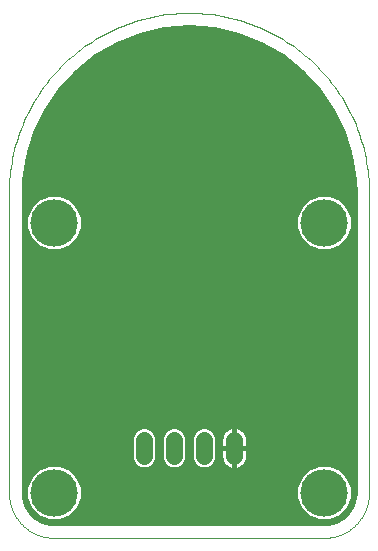
<source format=gbl>
G75*
%MOIN*%
%OFA0B0*%
%FSLAX25Y25*%
%IPPOS*%
%LPD*%
%AMOC8*
5,1,8,0,0,1.08239X$1,22.5*
%
%ADD10C,0.00000*%
%ADD11C,0.05543*%
%ADD12C,0.15811*%
%ADD13C,0.01000*%
D10*
X0004000Y0019000D02*
X0004000Y0119000D01*
X0004018Y0120461D01*
X0004071Y0121921D01*
X0004160Y0123380D01*
X0004284Y0124836D01*
X0004444Y0126288D01*
X0004639Y0127736D01*
X0004870Y0129179D01*
X0005135Y0130616D01*
X0005435Y0132046D01*
X0005770Y0133468D01*
X0006140Y0134882D01*
X0006544Y0136286D01*
X0006982Y0137680D01*
X0007454Y0139063D01*
X0007959Y0140434D01*
X0008498Y0141792D01*
X0009069Y0143137D01*
X0009673Y0144467D01*
X0010309Y0145783D01*
X0010977Y0147082D01*
X0011677Y0148365D01*
X0012408Y0149630D01*
X0013169Y0150878D01*
X0013960Y0152106D01*
X0014781Y0153315D01*
X0015631Y0154503D01*
X0016510Y0155670D01*
X0017417Y0156816D01*
X0018352Y0157939D01*
X0019314Y0159039D01*
X0020302Y0160115D01*
X0021316Y0161167D01*
X0022356Y0162194D01*
X0023420Y0163195D01*
X0024508Y0164171D01*
X0025620Y0165119D01*
X0026754Y0166040D01*
X0027911Y0166933D01*
X0029088Y0167797D01*
X0030287Y0168633D01*
X0031506Y0169439D01*
X0032744Y0170216D01*
X0034000Y0170962D01*
X0035274Y0171677D01*
X0036565Y0172361D01*
X0037873Y0173013D01*
X0039196Y0173633D01*
X0040534Y0174221D01*
X0041885Y0174776D01*
X0043250Y0175298D01*
X0044627Y0175786D01*
X0046016Y0176241D01*
X0047415Y0176662D01*
X0048824Y0177049D01*
X0050242Y0177401D01*
X0051668Y0177719D01*
X0053102Y0178002D01*
X0054542Y0178250D01*
X0055987Y0178463D01*
X0057438Y0178640D01*
X0058892Y0178782D01*
X0060349Y0178889D01*
X0061809Y0178960D01*
X0063269Y0178996D01*
X0064731Y0178996D01*
X0066191Y0178960D01*
X0067651Y0178889D01*
X0069108Y0178782D01*
X0070562Y0178640D01*
X0072013Y0178463D01*
X0073458Y0178250D01*
X0074898Y0178002D01*
X0076332Y0177719D01*
X0077758Y0177401D01*
X0079176Y0177049D01*
X0080585Y0176662D01*
X0081984Y0176241D01*
X0083373Y0175786D01*
X0084750Y0175298D01*
X0086115Y0174776D01*
X0087466Y0174221D01*
X0088804Y0173633D01*
X0090127Y0173013D01*
X0091435Y0172361D01*
X0092726Y0171677D01*
X0094000Y0170962D01*
X0095256Y0170216D01*
X0096494Y0169439D01*
X0097713Y0168633D01*
X0098912Y0167797D01*
X0100089Y0166933D01*
X0101246Y0166040D01*
X0102380Y0165119D01*
X0103492Y0164171D01*
X0104580Y0163195D01*
X0105644Y0162194D01*
X0106684Y0161167D01*
X0107698Y0160115D01*
X0108686Y0159039D01*
X0109648Y0157939D01*
X0110583Y0156816D01*
X0111490Y0155670D01*
X0112369Y0154503D01*
X0113219Y0153315D01*
X0114040Y0152106D01*
X0114831Y0150878D01*
X0115592Y0149630D01*
X0116323Y0148365D01*
X0117023Y0147082D01*
X0117691Y0145783D01*
X0118327Y0144467D01*
X0118931Y0143137D01*
X0119502Y0141792D01*
X0120041Y0140434D01*
X0120546Y0139063D01*
X0121018Y0137680D01*
X0121456Y0136286D01*
X0121860Y0134882D01*
X0122230Y0133468D01*
X0122565Y0132046D01*
X0122865Y0130616D01*
X0123130Y0129179D01*
X0123361Y0127736D01*
X0123556Y0126288D01*
X0123716Y0124836D01*
X0123840Y0123380D01*
X0123929Y0121921D01*
X0123982Y0120461D01*
X0124000Y0119000D01*
X0124000Y0019000D01*
X0123996Y0018638D01*
X0123982Y0018275D01*
X0123961Y0017913D01*
X0123930Y0017552D01*
X0123891Y0017192D01*
X0123843Y0016833D01*
X0123786Y0016475D01*
X0123721Y0016118D01*
X0123647Y0015763D01*
X0123564Y0015410D01*
X0123473Y0015059D01*
X0123374Y0014711D01*
X0123266Y0014365D01*
X0123150Y0014021D01*
X0123025Y0013681D01*
X0122893Y0013344D01*
X0122752Y0013010D01*
X0122603Y0012679D01*
X0122446Y0012352D01*
X0122282Y0012029D01*
X0122110Y0011710D01*
X0121930Y0011396D01*
X0121742Y0011085D01*
X0121547Y0010780D01*
X0121345Y0010479D01*
X0121135Y0010183D01*
X0120919Y0009893D01*
X0120695Y0009607D01*
X0120465Y0009327D01*
X0120228Y0009053D01*
X0119984Y0008785D01*
X0119734Y0008522D01*
X0119478Y0008266D01*
X0119215Y0008016D01*
X0118947Y0007772D01*
X0118673Y0007535D01*
X0118393Y0007305D01*
X0118107Y0007081D01*
X0117817Y0006865D01*
X0117521Y0006655D01*
X0117220Y0006453D01*
X0116915Y0006258D01*
X0116604Y0006070D01*
X0116290Y0005890D01*
X0115971Y0005718D01*
X0115648Y0005554D01*
X0115321Y0005397D01*
X0114990Y0005248D01*
X0114656Y0005107D01*
X0114319Y0004975D01*
X0113979Y0004850D01*
X0113635Y0004734D01*
X0113289Y0004626D01*
X0112941Y0004527D01*
X0112590Y0004436D01*
X0112237Y0004353D01*
X0111882Y0004279D01*
X0111525Y0004214D01*
X0111167Y0004157D01*
X0110808Y0004109D01*
X0110448Y0004070D01*
X0110087Y0004039D01*
X0109725Y0004018D01*
X0109362Y0004004D01*
X0109000Y0004000D01*
X0019000Y0004000D01*
X0018638Y0004004D01*
X0018275Y0004018D01*
X0017913Y0004039D01*
X0017552Y0004070D01*
X0017192Y0004109D01*
X0016833Y0004157D01*
X0016475Y0004214D01*
X0016118Y0004279D01*
X0015763Y0004353D01*
X0015410Y0004436D01*
X0015059Y0004527D01*
X0014711Y0004626D01*
X0014365Y0004734D01*
X0014021Y0004850D01*
X0013681Y0004975D01*
X0013344Y0005107D01*
X0013010Y0005248D01*
X0012679Y0005397D01*
X0012352Y0005554D01*
X0012029Y0005718D01*
X0011710Y0005890D01*
X0011396Y0006070D01*
X0011085Y0006258D01*
X0010780Y0006453D01*
X0010479Y0006655D01*
X0010183Y0006865D01*
X0009893Y0007081D01*
X0009607Y0007305D01*
X0009327Y0007535D01*
X0009053Y0007772D01*
X0008785Y0008016D01*
X0008522Y0008266D01*
X0008266Y0008522D01*
X0008016Y0008785D01*
X0007772Y0009053D01*
X0007535Y0009327D01*
X0007305Y0009607D01*
X0007081Y0009893D01*
X0006865Y0010183D01*
X0006655Y0010479D01*
X0006453Y0010780D01*
X0006258Y0011085D01*
X0006070Y0011396D01*
X0005890Y0011710D01*
X0005718Y0012029D01*
X0005554Y0012352D01*
X0005397Y0012679D01*
X0005248Y0013010D01*
X0005107Y0013344D01*
X0004975Y0013681D01*
X0004850Y0014021D01*
X0004734Y0014365D01*
X0004626Y0014711D01*
X0004527Y0015059D01*
X0004436Y0015410D01*
X0004353Y0015763D01*
X0004279Y0016118D01*
X0004214Y0016475D01*
X0004157Y0016833D01*
X0004109Y0017192D01*
X0004070Y0017552D01*
X0004039Y0017913D01*
X0004018Y0018275D01*
X0004004Y0018638D01*
X0004000Y0019000D01*
D11*
X0049000Y0031228D02*
X0049000Y0036772D01*
X0059000Y0036772D02*
X0059000Y0031228D01*
X0069000Y0031228D02*
X0069000Y0036772D01*
X0079000Y0036772D02*
X0079000Y0031228D01*
D12*
X0109000Y0019000D03*
X0109000Y0109000D03*
X0019000Y0109000D03*
X0019000Y0019000D03*
D13*
X0011499Y0013482D02*
X0010165Y0013482D01*
X0010670Y0012608D02*
X0009299Y0014982D01*
X0008590Y0017629D01*
X0008500Y0019000D01*
X0008500Y0119000D01*
X0008655Y0123148D01*
X0009891Y0131350D01*
X0012336Y0139276D01*
X0015936Y0146750D01*
X0020608Y0153604D01*
X0026250Y0159684D01*
X0032736Y0164856D01*
X0039919Y0169004D01*
X0047641Y0172034D01*
X0055728Y0173880D01*
X0064000Y0174500D01*
X0072272Y0173880D01*
X0080359Y0172034D01*
X0088081Y0169004D01*
X0095264Y0164856D01*
X0101750Y0159684D01*
X0107392Y0153604D01*
X0112064Y0146750D01*
X0112064Y0146750D01*
X0115663Y0139276D01*
X0118109Y0131350D01*
X0119345Y0123148D01*
X0119500Y0119000D01*
X0119500Y0019000D01*
X0119410Y0017629D01*
X0118701Y0014982D01*
X0117330Y0012608D01*
X0115392Y0010670D01*
X0113018Y0009299D01*
X0110371Y0008590D01*
X0109000Y0008500D01*
X0019000Y0008500D01*
X0017629Y0008590D01*
X0014982Y0009299D01*
X0012608Y0010670D01*
X0010670Y0012608D01*
X0010794Y0012484D02*
X0012498Y0012484D01*
X0011793Y0011485D02*
X0013496Y0011485D01*
X0013785Y0011196D02*
X0017169Y0009794D01*
X0020831Y0009794D01*
X0024214Y0011196D01*
X0026804Y0013785D01*
X0028205Y0017169D01*
X0028205Y0020831D01*
X0026804Y0024214D01*
X0024214Y0026804D01*
X0020831Y0028205D01*
X0017169Y0028205D01*
X0013785Y0026804D01*
X0011196Y0024214D01*
X0009794Y0020831D01*
X0009794Y0017169D01*
X0011196Y0013785D01*
X0013785Y0011196D01*
X0012925Y0010487D02*
X0015498Y0010487D01*
X0014655Y0009488D02*
X0113345Y0009488D01*
X0112502Y0010487D02*
X0115075Y0010487D01*
X0114214Y0011196D02*
X0116804Y0013785D01*
X0118205Y0017169D01*
X0118205Y0020831D01*
X0116804Y0024214D01*
X0114214Y0026804D01*
X0110831Y0028205D01*
X0107169Y0028205D01*
X0103785Y0026804D01*
X0101196Y0024214D01*
X0099794Y0020831D01*
X0099794Y0017169D01*
X0101196Y0013785D01*
X0103785Y0011196D01*
X0107169Y0009794D01*
X0110831Y0009794D01*
X0114214Y0011196D01*
X0114504Y0011485D02*
X0116207Y0011485D01*
X0115502Y0012484D02*
X0117206Y0012484D01*
X0117835Y0013482D02*
X0116501Y0013482D01*
X0117092Y0014481D02*
X0118411Y0014481D01*
X0118834Y0015479D02*
X0117506Y0015479D01*
X0117919Y0016478D02*
X0119102Y0016478D01*
X0119369Y0017476D02*
X0118205Y0017476D01*
X0118205Y0018475D02*
X0119466Y0018475D01*
X0119500Y0019473D02*
X0118205Y0019473D01*
X0118205Y0020472D02*
X0119500Y0020472D01*
X0119500Y0021470D02*
X0117941Y0021470D01*
X0117527Y0022469D02*
X0119500Y0022469D01*
X0119500Y0023467D02*
X0117114Y0023467D01*
X0116553Y0024466D02*
X0119500Y0024466D01*
X0119500Y0025464D02*
X0115554Y0025464D01*
X0114556Y0026463D02*
X0119500Y0026463D01*
X0119500Y0027461D02*
X0112628Y0027461D01*
X0105372Y0027461D02*
X0081016Y0027461D01*
X0081239Y0027575D02*
X0081783Y0027970D01*
X0082258Y0028446D01*
X0082653Y0028990D01*
X0082959Y0029589D01*
X0083166Y0030228D01*
X0083272Y0030892D01*
X0083272Y0033614D01*
X0079386Y0033614D01*
X0079386Y0034386D01*
X0083272Y0034386D01*
X0083272Y0037108D01*
X0083166Y0037772D01*
X0082959Y0038411D01*
X0082653Y0039010D01*
X0082258Y0039554D01*
X0081783Y0040030D01*
X0081239Y0040425D01*
X0080640Y0040730D01*
X0080000Y0040938D01*
X0079386Y0041035D01*
X0079386Y0034386D01*
X0078614Y0034386D01*
X0078614Y0041035D01*
X0078000Y0040938D01*
X0077360Y0040730D01*
X0076761Y0040425D01*
X0076217Y0040030D01*
X0075742Y0039554D01*
X0075347Y0039010D01*
X0075041Y0038411D01*
X0074834Y0037772D01*
X0074728Y0037108D01*
X0074728Y0034386D01*
X0078614Y0034386D01*
X0078614Y0033614D01*
X0079386Y0033614D01*
X0079386Y0026965D01*
X0080000Y0027062D01*
X0080640Y0027270D01*
X0081239Y0027575D01*
X0082269Y0028460D02*
X0119500Y0028460D01*
X0119500Y0029458D02*
X0082892Y0029458D01*
X0083203Y0030457D02*
X0119500Y0030457D01*
X0119500Y0031455D02*
X0083272Y0031455D01*
X0083272Y0032454D02*
X0119500Y0032454D01*
X0119500Y0033452D02*
X0083272Y0033452D01*
X0083272Y0034451D02*
X0119500Y0034451D01*
X0119500Y0035449D02*
X0083272Y0035449D01*
X0083272Y0036448D02*
X0119500Y0036448D01*
X0119500Y0037446D02*
X0083218Y0037446D01*
X0082942Y0038445D02*
X0119500Y0038445D01*
X0119500Y0039443D02*
X0082339Y0039443D01*
X0081206Y0040442D02*
X0119500Y0040442D01*
X0119500Y0041440D02*
X0008500Y0041440D01*
X0008500Y0040442D02*
X0047221Y0040442D01*
X0046694Y0040223D02*
X0045548Y0039078D01*
X0044928Y0037582D01*
X0044928Y0030418D01*
X0045548Y0028922D01*
X0046694Y0027777D01*
X0048190Y0027157D01*
X0049810Y0027157D01*
X0051306Y0027777D01*
X0052452Y0028922D01*
X0053072Y0030418D01*
X0053072Y0037582D01*
X0052452Y0039078D01*
X0051306Y0040223D01*
X0049810Y0040843D01*
X0048190Y0040843D01*
X0046694Y0040223D01*
X0045914Y0039443D02*
X0008500Y0039443D01*
X0008500Y0038445D02*
X0045286Y0038445D01*
X0044928Y0037446D02*
X0008500Y0037446D01*
X0008500Y0036448D02*
X0044928Y0036448D01*
X0044928Y0035449D02*
X0008500Y0035449D01*
X0008500Y0034451D02*
X0044928Y0034451D01*
X0044928Y0033452D02*
X0008500Y0033452D01*
X0008500Y0032454D02*
X0044928Y0032454D01*
X0044928Y0031455D02*
X0008500Y0031455D01*
X0008500Y0030457D02*
X0044928Y0030457D01*
X0045326Y0029458D02*
X0008500Y0029458D01*
X0008500Y0028460D02*
X0046010Y0028460D01*
X0047455Y0027461D02*
X0022628Y0027461D01*
X0024556Y0026463D02*
X0103444Y0026463D01*
X0102446Y0025464D02*
X0025554Y0025464D01*
X0026553Y0024466D02*
X0101447Y0024466D01*
X0100886Y0023467D02*
X0027114Y0023467D01*
X0027527Y0022469D02*
X0100473Y0022469D01*
X0100059Y0021470D02*
X0027941Y0021470D01*
X0028205Y0020472D02*
X0099794Y0020472D01*
X0099794Y0019473D02*
X0028205Y0019473D01*
X0028205Y0018475D02*
X0099794Y0018475D01*
X0099794Y0017476D02*
X0028205Y0017476D01*
X0027919Y0016478D02*
X0100081Y0016478D01*
X0100494Y0015479D02*
X0027506Y0015479D01*
X0027092Y0014481D02*
X0100908Y0014481D01*
X0101499Y0013482D02*
X0026501Y0013482D01*
X0025502Y0012484D02*
X0102498Y0012484D01*
X0103496Y0011485D02*
X0024504Y0011485D01*
X0022502Y0010487D02*
X0105498Y0010487D01*
X0119500Y0042439D02*
X0008500Y0042439D01*
X0008500Y0043437D02*
X0119500Y0043437D01*
X0119500Y0044436D02*
X0008500Y0044436D01*
X0008500Y0045434D02*
X0119500Y0045434D01*
X0119500Y0046433D02*
X0008500Y0046433D01*
X0008500Y0047432D02*
X0119500Y0047432D01*
X0119500Y0048430D02*
X0008500Y0048430D01*
X0008500Y0049429D02*
X0119500Y0049429D01*
X0119500Y0050427D02*
X0008500Y0050427D01*
X0008500Y0051426D02*
X0119500Y0051426D01*
X0119500Y0052424D02*
X0008500Y0052424D01*
X0008500Y0053423D02*
X0119500Y0053423D01*
X0119500Y0054421D02*
X0008500Y0054421D01*
X0008500Y0055420D02*
X0119500Y0055420D01*
X0119500Y0056418D02*
X0008500Y0056418D01*
X0008500Y0057417D02*
X0119500Y0057417D01*
X0119500Y0058415D02*
X0008500Y0058415D01*
X0008500Y0059414D02*
X0119500Y0059414D01*
X0119500Y0060412D02*
X0008500Y0060412D01*
X0008500Y0061411D02*
X0119500Y0061411D01*
X0119500Y0062409D02*
X0008500Y0062409D01*
X0008500Y0063408D02*
X0119500Y0063408D01*
X0119500Y0064406D02*
X0008500Y0064406D01*
X0008500Y0065405D02*
X0119500Y0065405D01*
X0119500Y0066403D02*
X0008500Y0066403D01*
X0008500Y0067402D02*
X0119500Y0067402D01*
X0119500Y0068400D02*
X0008500Y0068400D01*
X0008500Y0069399D02*
X0119500Y0069399D01*
X0119500Y0070397D02*
X0008500Y0070397D01*
X0008500Y0071396D02*
X0119500Y0071396D01*
X0119500Y0072394D02*
X0008500Y0072394D01*
X0008500Y0073393D02*
X0119500Y0073393D01*
X0119500Y0074391D02*
X0008500Y0074391D01*
X0008500Y0075390D02*
X0119500Y0075390D01*
X0119500Y0076388D02*
X0008500Y0076388D01*
X0008500Y0077387D02*
X0119500Y0077387D01*
X0119500Y0078385D02*
X0008500Y0078385D01*
X0008500Y0079384D02*
X0119500Y0079384D01*
X0119500Y0080382D02*
X0008500Y0080382D01*
X0008500Y0081381D02*
X0119500Y0081381D01*
X0119500Y0082379D02*
X0008500Y0082379D01*
X0008500Y0083378D02*
X0119500Y0083378D01*
X0119500Y0084376D02*
X0008500Y0084376D01*
X0008500Y0085375D02*
X0119500Y0085375D01*
X0119500Y0086373D02*
X0008500Y0086373D01*
X0008500Y0087372D02*
X0119500Y0087372D01*
X0119500Y0088370D02*
X0008500Y0088370D01*
X0008500Y0089369D02*
X0119500Y0089369D01*
X0119500Y0090368D02*
X0008500Y0090368D01*
X0008500Y0091366D02*
X0119500Y0091366D01*
X0119500Y0092365D02*
X0008500Y0092365D01*
X0008500Y0093363D02*
X0119500Y0093363D01*
X0119500Y0094362D02*
X0008500Y0094362D01*
X0008500Y0095360D02*
X0119500Y0095360D01*
X0119500Y0096359D02*
X0008500Y0096359D01*
X0008500Y0097357D02*
X0119500Y0097357D01*
X0119500Y0098356D02*
X0008500Y0098356D01*
X0008500Y0099354D02*
X0119500Y0099354D01*
X0119500Y0100353D02*
X0112179Y0100353D01*
X0110831Y0099794D02*
X0114214Y0101196D01*
X0116804Y0103785D01*
X0118205Y0107169D01*
X0118205Y0110831D01*
X0116804Y0114214D01*
X0114214Y0116804D01*
X0110831Y0118205D01*
X0107169Y0118205D01*
X0103785Y0116804D01*
X0101196Y0114214D01*
X0099794Y0110831D01*
X0099794Y0107169D01*
X0101196Y0103785D01*
X0103785Y0101196D01*
X0107169Y0099794D01*
X0110831Y0099794D01*
X0114370Y0101351D02*
X0119500Y0101351D01*
X0119500Y0102350D02*
X0115368Y0102350D01*
X0116367Y0103348D02*
X0119500Y0103348D01*
X0119500Y0104347D02*
X0117036Y0104347D01*
X0117450Y0105345D02*
X0119500Y0105345D01*
X0119500Y0106344D02*
X0117864Y0106344D01*
X0118205Y0107342D02*
X0119500Y0107342D01*
X0119500Y0108341D02*
X0118205Y0108341D01*
X0118205Y0109339D02*
X0119500Y0109339D01*
X0119500Y0110338D02*
X0118205Y0110338D01*
X0117996Y0111336D02*
X0119500Y0111336D01*
X0119500Y0112335D02*
X0117583Y0112335D01*
X0117169Y0113333D02*
X0119500Y0113333D01*
X0119500Y0114332D02*
X0116687Y0114332D01*
X0115688Y0115330D02*
X0119500Y0115330D01*
X0119500Y0116329D02*
X0114690Y0116329D01*
X0112951Y0117327D02*
X0119500Y0117327D01*
X0119500Y0118326D02*
X0008500Y0118326D01*
X0008512Y0119324D02*
X0119488Y0119324D01*
X0119450Y0120323D02*
X0008549Y0120323D01*
X0008587Y0121321D02*
X0119413Y0121321D01*
X0119376Y0122320D02*
X0008624Y0122320D01*
X0008681Y0123318D02*
X0119319Y0123318D01*
X0119169Y0124317D02*
X0008831Y0124317D01*
X0008982Y0125315D02*
X0119018Y0125315D01*
X0118868Y0126314D02*
X0009132Y0126314D01*
X0009283Y0127312D02*
X0118717Y0127312D01*
X0118567Y0128311D02*
X0009433Y0128311D01*
X0009584Y0129309D02*
X0118416Y0129309D01*
X0118266Y0130308D02*
X0009734Y0130308D01*
X0009885Y0131306D02*
X0118115Y0131306D01*
X0117814Y0132305D02*
X0010186Y0132305D01*
X0010494Y0133303D02*
X0117506Y0133303D01*
X0117198Y0134302D02*
X0010802Y0134302D01*
X0011110Y0135301D02*
X0116890Y0135301D01*
X0116582Y0136299D02*
X0011418Y0136299D01*
X0011726Y0137298D02*
X0116274Y0137298D01*
X0115966Y0138296D02*
X0012034Y0138296D01*
X0012345Y0139295D02*
X0115655Y0139295D01*
X0115174Y0140293D02*
X0012826Y0140293D01*
X0013307Y0141292D02*
X0114693Y0141292D01*
X0114212Y0142290D02*
X0013788Y0142290D01*
X0014269Y0143289D02*
X0113731Y0143289D01*
X0113250Y0144287D02*
X0014750Y0144287D01*
X0015230Y0145286D02*
X0112770Y0145286D01*
X0112289Y0146284D02*
X0015711Y0146284D01*
X0016299Y0147283D02*
X0111701Y0147283D01*
X0111020Y0148281D02*
X0016980Y0148281D01*
X0017660Y0149280D02*
X0110340Y0149280D01*
X0109659Y0150278D02*
X0018341Y0150278D01*
X0019022Y0151277D02*
X0108978Y0151277D01*
X0108297Y0152275D02*
X0019703Y0152275D01*
X0020383Y0153274D02*
X0107617Y0153274D01*
X0107392Y0153604D02*
X0107392Y0153604D01*
X0106771Y0154272D02*
X0021229Y0154272D01*
X0022155Y0155271D02*
X0105845Y0155271D01*
X0104918Y0156269D02*
X0023082Y0156269D01*
X0024008Y0157268D02*
X0103992Y0157268D01*
X0103065Y0158266D02*
X0024935Y0158266D01*
X0025861Y0159265D02*
X0102139Y0159265D01*
X0101024Y0160263D02*
X0026976Y0160263D01*
X0028228Y0161262D02*
X0099772Y0161262D01*
X0098519Y0162260D02*
X0029481Y0162260D01*
X0030733Y0163259D02*
X0097267Y0163259D01*
X0096015Y0164257D02*
X0031985Y0164257D01*
X0033428Y0165256D02*
X0094572Y0165256D01*
X0092843Y0166254D02*
X0035157Y0166254D01*
X0036887Y0167253D02*
X0091113Y0167253D01*
X0089384Y0168251D02*
X0038616Y0168251D01*
X0040547Y0169250D02*
X0087453Y0169250D01*
X0084909Y0170248D02*
X0043091Y0170248D01*
X0045635Y0171247D02*
X0082365Y0171247D01*
X0079434Y0172245D02*
X0048566Y0172245D01*
X0052941Y0173244D02*
X0075059Y0173244D01*
X0067437Y0174242D02*
X0060563Y0174242D01*
X0024214Y0116804D02*
X0020831Y0118205D01*
X0017169Y0118205D01*
X0013785Y0116804D01*
X0011196Y0114214D01*
X0009794Y0110831D01*
X0009794Y0107169D01*
X0011196Y0103785D01*
X0013785Y0101196D01*
X0017169Y0099794D01*
X0020831Y0099794D01*
X0024214Y0101196D01*
X0026804Y0103785D01*
X0028205Y0107169D01*
X0028205Y0110831D01*
X0026804Y0114214D01*
X0024214Y0116804D01*
X0024690Y0116329D02*
X0103310Y0116329D01*
X0102312Y0115330D02*
X0025688Y0115330D01*
X0026687Y0114332D02*
X0101313Y0114332D01*
X0100831Y0113333D02*
X0027169Y0113333D01*
X0027583Y0112335D02*
X0100417Y0112335D01*
X0100004Y0111336D02*
X0027996Y0111336D01*
X0028205Y0110338D02*
X0099794Y0110338D01*
X0099794Y0109339D02*
X0028205Y0109339D01*
X0028205Y0108341D02*
X0099794Y0108341D01*
X0099794Y0107342D02*
X0028205Y0107342D01*
X0027864Y0106344D02*
X0100136Y0106344D01*
X0100550Y0105345D02*
X0027450Y0105345D01*
X0027036Y0104347D02*
X0100963Y0104347D01*
X0101633Y0103348D02*
X0026367Y0103348D01*
X0025368Y0102350D02*
X0102632Y0102350D01*
X0103630Y0101351D02*
X0024370Y0101351D01*
X0022179Y0100353D02*
X0105821Y0100353D01*
X0105049Y0117327D02*
X0022951Y0117327D01*
X0015049Y0117327D02*
X0008500Y0117327D01*
X0008500Y0116329D02*
X0013310Y0116329D01*
X0012312Y0115330D02*
X0008500Y0115330D01*
X0008500Y0114332D02*
X0011313Y0114332D01*
X0010831Y0113333D02*
X0008500Y0113333D01*
X0008500Y0112335D02*
X0010417Y0112335D01*
X0010004Y0111336D02*
X0008500Y0111336D01*
X0008500Y0110338D02*
X0009794Y0110338D01*
X0009794Y0109339D02*
X0008500Y0109339D01*
X0008500Y0108341D02*
X0009794Y0108341D01*
X0009794Y0107342D02*
X0008500Y0107342D01*
X0008500Y0106344D02*
X0010136Y0106344D01*
X0010550Y0105345D02*
X0008500Y0105345D01*
X0008500Y0104347D02*
X0010963Y0104347D01*
X0011633Y0103348D02*
X0008500Y0103348D01*
X0008500Y0102350D02*
X0012632Y0102350D01*
X0013630Y0101351D02*
X0008500Y0101351D01*
X0008500Y0100353D02*
X0015821Y0100353D01*
X0050779Y0040442D02*
X0057221Y0040442D01*
X0056694Y0040223D02*
X0055548Y0039078D01*
X0054928Y0037582D01*
X0054928Y0030418D01*
X0055548Y0028922D01*
X0056694Y0027777D01*
X0058190Y0027157D01*
X0059810Y0027157D01*
X0061306Y0027777D01*
X0062452Y0028922D01*
X0063072Y0030418D01*
X0063072Y0037582D01*
X0062452Y0039078D01*
X0061306Y0040223D01*
X0059810Y0040843D01*
X0058190Y0040843D01*
X0056694Y0040223D01*
X0055914Y0039443D02*
X0052086Y0039443D01*
X0052714Y0038445D02*
X0055286Y0038445D01*
X0054928Y0037446D02*
X0053072Y0037446D01*
X0053072Y0036448D02*
X0054928Y0036448D01*
X0054928Y0035449D02*
X0053072Y0035449D01*
X0053072Y0034451D02*
X0054928Y0034451D01*
X0054928Y0033452D02*
X0053072Y0033452D01*
X0053072Y0032454D02*
X0054928Y0032454D01*
X0054928Y0031455D02*
X0053072Y0031455D01*
X0053072Y0030457D02*
X0054928Y0030457D01*
X0055326Y0029458D02*
X0052674Y0029458D01*
X0051990Y0028460D02*
X0056010Y0028460D01*
X0057455Y0027461D02*
X0050545Y0027461D01*
X0060545Y0027461D02*
X0067455Y0027461D01*
X0068190Y0027157D02*
X0066694Y0027777D01*
X0065548Y0028922D01*
X0064928Y0030418D01*
X0064928Y0037582D01*
X0065548Y0039078D01*
X0066694Y0040223D01*
X0068190Y0040843D01*
X0069810Y0040843D01*
X0071306Y0040223D01*
X0072452Y0039078D01*
X0073072Y0037582D01*
X0073072Y0030418D01*
X0072452Y0028922D01*
X0071306Y0027777D01*
X0069810Y0027157D01*
X0068190Y0027157D01*
X0070545Y0027461D02*
X0076984Y0027461D01*
X0076761Y0027575D02*
X0077360Y0027270D01*
X0078000Y0027062D01*
X0078614Y0026965D01*
X0078614Y0033614D01*
X0074728Y0033614D01*
X0074728Y0030892D01*
X0074834Y0030228D01*
X0075041Y0029589D01*
X0075347Y0028990D01*
X0075742Y0028446D01*
X0076217Y0027970D01*
X0076761Y0027575D01*
X0075731Y0028460D02*
X0071990Y0028460D01*
X0072674Y0029458D02*
X0075108Y0029458D01*
X0074797Y0030457D02*
X0073072Y0030457D01*
X0073072Y0031455D02*
X0074728Y0031455D01*
X0074728Y0032454D02*
X0073072Y0032454D01*
X0073072Y0033452D02*
X0074728Y0033452D01*
X0074728Y0034451D02*
X0073072Y0034451D01*
X0073072Y0035449D02*
X0074728Y0035449D01*
X0074728Y0036448D02*
X0073072Y0036448D01*
X0073072Y0037446D02*
X0074782Y0037446D01*
X0075058Y0038445D02*
X0072714Y0038445D01*
X0072086Y0039443D02*
X0075661Y0039443D01*
X0076794Y0040442D02*
X0070779Y0040442D01*
X0067221Y0040442D02*
X0060779Y0040442D01*
X0062086Y0039443D02*
X0065914Y0039443D01*
X0065286Y0038445D02*
X0062714Y0038445D01*
X0063072Y0037446D02*
X0064928Y0037446D01*
X0064928Y0036448D02*
X0063072Y0036448D01*
X0063072Y0035449D02*
X0064928Y0035449D01*
X0064928Y0034451D02*
X0063072Y0034451D01*
X0063072Y0033452D02*
X0064928Y0033452D01*
X0064928Y0032454D02*
X0063072Y0032454D01*
X0063072Y0031455D02*
X0064928Y0031455D01*
X0064928Y0030457D02*
X0063072Y0030457D01*
X0062674Y0029458D02*
X0065326Y0029458D01*
X0066010Y0028460D02*
X0061990Y0028460D01*
X0078614Y0028460D02*
X0079386Y0028460D01*
X0079386Y0029458D02*
X0078614Y0029458D01*
X0078614Y0030457D02*
X0079386Y0030457D01*
X0079386Y0031455D02*
X0078614Y0031455D01*
X0078614Y0032454D02*
X0079386Y0032454D01*
X0079386Y0033452D02*
X0078614Y0033452D01*
X0078614Y0034451D02*
X0079386Y0034451D01*
X0079386Y0035449D02*
X0078614Y0035449D01*
X0078614Y0036448D02*
X0079386Y0036448D01*
X0079386Y0037446D02*
X0078614Y0037446D01*
X0078614Y0038445D02*
X0079386Y0038445D01*
X0079386Y0039443D02*
X0078614Y0039443D01*
X0078614Y0040442D02*
X0079386Y0040442D01*
X0079386Y0027461D02*
X0078614Y0027461D01*
X0015372Y0027461D02*
X0008500Y0027461D01*
X0008500Y0026463D02*
X0013444Y0026463D01*
X0012446Y0025464D02*
X0008500Y0025464D01*
X0008500Y0024466D02*
X0011447Y0024466D01*
X0010886Y0023467D02*
X0008500Y0023467D01*
X0008500Y0022469D02*
X0010473Y0022469D01*
X0010059Y0021470D02*
X0008500Y0021470D01*
X0008500Y0020472D02*
X0009794Y0020472D01*
X0009794Y0019473D02*
X0008500Y0019473D01*
X0008534Y0018475D02*
X0009794Y0018475D01*
X0009794Y0017476D02*
X0008631Y0017476D01*
X0008898Y0016478D02*
X0010081Y0016478D01*
X0010494Y0015479D02*
X0009166Y0015479D01*
X0009589Y0014481D02*
X0010908Y0014481D01*
M02*

</source>
